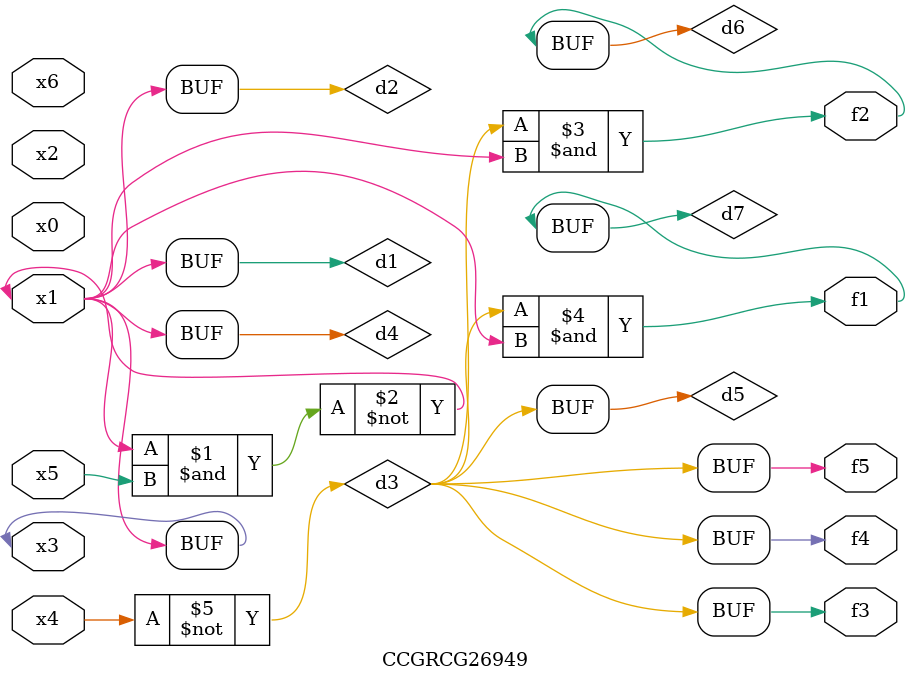
<source format=v>
module CCGRCG26949(
	input x0, x1, x2, x3, x4, x5, x6,
	output f1, f2, f3, f4, f5
);

	wire d1, d2, d3, d4, d5, d6, d7;

	buf (d1, x1, x3);
	nand (d2, x1, x5);
	not (d3, x4);
	buf (d4, d1, d2);
	buf (d5, d3);
	and (d6, d3, d4);
	and (d7, d3, d4);
	assign f1 = d7;
	assign f2 = d6;
	assign f3 = d5;
	assign f4 = d5;
	assign f5 = d5;
endmodule

</source>
